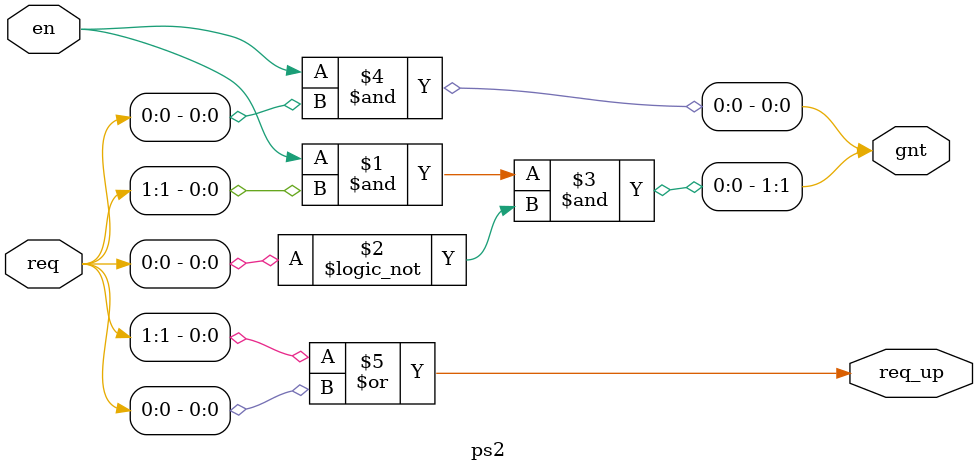
<source format=v>

module ps #(parameter NUM_BITS = 8)(req, en, gnt, req_up);
//synopsys template

  input  [NUM_BITS-1:0] req;
  input                 en;

  output [NUM_BITS-1:0] gnt;
  output                req_up;
        
  wire   [NUM_BITS-2:0] req_ups;
  wire   [NUM_BITS-2:0] enables;
        
  assign req_up = req_ups[NUM_BITS-2];
  assign enables[NUM_BITS-2] = en;
        
  genvar i,j;
  generate
    if ( NUM_BITS == 2 )
    begin
      ps2 single (.req(req),.en(en),.gnt(gnt),.req_up(req_up));
    end
    else
    begin
      for(i=0;i<NUM_BITS/2;i=i+1)
      begin : foo
        ps2 base ( .req(req[2*i+1:2*i]),
                   .en(enables[i]),
                   .gnt(gnt[2*i+1:2*i]),
                   .req_up(req_ups[i])
        );
      end

      for(j=NUM_BITS/2;j<=NUM_BITS-2;j=j+1)
      begin : bar
        ps2 top ( .req(req_ups[2*j-NUM_BITS+1:2*j-NUM_BITS]),
                  .en(enables[j]),
                  .gnt(enables[2*j-NUM_BITS+1:2*j-NUM_BITS]),
                  .req_up(req_ups[j])
        );
      end
    end
  endgenerate
endmodule

module ps2(req, en, gnt, req_up);

  input     [1:0] req;
  input           en;
  
  output    [1:0] gnt;
  output          req_up;
  
  assign gnt[1] = en & req[1] & !req[0];
  assign gnt[0] = en & req[0];
  
  assign req_up = req[1] | req[0];

endmodule


</source>
